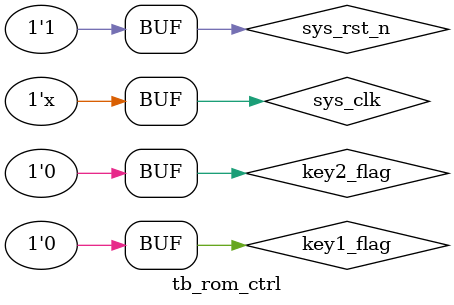
<source format=v>
`timescale  1ns/1ns
module  tb_rom_ctrl();
    
reg     sys_clk     ;
reg     sys_rst_n   ;
reg     key1_flag   ;
reg     key2_flag   ;
                       
wire    [7:0]   addr;

initial begin

    sys_clk = 1'b1;
    sys_rst_n <= 1'b0;
    key1_flag <= 1'b0;
    key2_flag <= 1'b0;
    #20
    sys_rst_n <= 1'b1;
    #700000
    
    key1_flag <= 1'b1;
    #20
    key1_flag <= 1'b0;
    #200000
    key1_flag <= 1'b1;
    #20
    key1_flag <= 1'b0;
    #600000
 
    key2_flag <= 1'b1;
    #20
    key2_flag <= 1'b0;     
    #200000
    key2_flag <= 1'b1;
    #20
    key2_flag <= 1'b0;
    #600000    
 
    key1_flag <= 1'b1;
    #20
    key1_flag <= 1'b0;     
    #200000
    key2_flag <= 1'b1;
    #20
    key2_flag <= 1'b0;
    #200000
    key2_flag <= 1'b1;
    #20
    key2_flag <= 1'b0;     
      
    
end

always  #10 sys_clk = ~sys_clk;

rom_ctrl
#(
    .CNT_MAX(23'd99)
    
)
rom_ctrl_inst
(
    .sys_clk     (sys_clk  ),
    .sys_rst_n   (sys_rst_n),
    .key1_flag   (key1_flag),
    .key2_flag   (key2_flag),
                  
    .addr        (addr     )

);



endmodule
</source>
